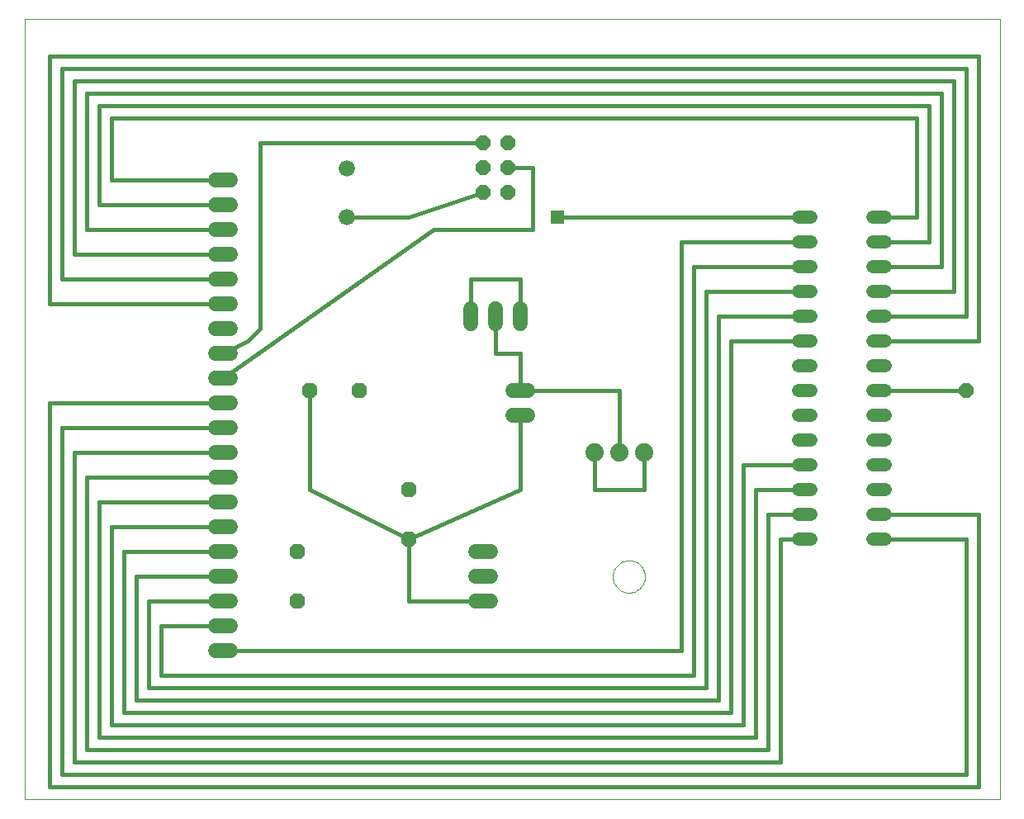
<source format=gtl>
G75*
%MOIN*%
%OFA0B0*%
%FSLAX24Y24*%
%IPPOS*%
%LPD*%
%AMOC8*
5,1,8,0,0,1.08239X$1,22.5*
%
%ADD10C,0.0000*%
%ADD11C,0.0520*%
%ADD12C,0.0600*%
%ADD13OC8,0.0600*%
%ADD14C,0.0740*%
%ADD15C,0.0660*%
%ADD16OC8,0.0630*%
%ADD17C,0.0160*%
%ADD18R,0.0531X0.0531*%
D10*
X000100Y000100D02*
X000100Y031596D01*
X039470Y031596D01*
X039470Y000100D01*
X000100Y000100D01*
X023850Y009100D02*
X023852Y009150D01*
X023858Y009200D01*
X023868Y009250D01*
X023881Y009298D01*
X023898Y009346D01*
X023919Y009392D01*
X023943Y009436D01*
X023971Y009478D01*
X024002Y009518D01*
X024036Y009555D01*
X024073Y009590D01*
X024112Y009621D01*
X024153Y009650D01*
X024197Y009675D01*
X024243Y009697D01*
X024290Y009715D01*
X024338Y009729D01*
X024387Y009740D01*
X024437Y009747D01*
X024487Y009750D01*
X024538Y009749D01*
X024588Y009744D01*
X024638Y009735D01*
X024686Y009723D01*
X024734Y009706D01*
X024780Y009686D01*
X024825Y009663D01*
X024868Y009636D01*
X024908Y009606D01*
X024946Y009573D01*
X024981Y009537D01*
X025014Y009498D01*
X025043Y009457D01*
X025069Y009414D01*
X025092Y009369D01*
X025111Y009322D01*
X025126Y009274D01*
X025138Y009225D01*
X025146Y009175D01*
X025150Y009125D01*
X025150Y009075D01*
X025146Y009025D01*
X025138Y008975D01*
X025126Y008926D01*
X025111Y008878D01*
X025092Y008831D01*
X025069Y008786D01*
X025043Y008743D01*
X025014Y008702D01*
X024981Y008663D01*
X024946Y008627D01*
X024908Y008594D01*
X024868Y008564D01*
X024825Y008537D01*
X024780Y008514D01*
X024734Y008494D01*
X024686Y008477D01*
X024638Y008465D01*
X024588Y008456D01*
X024538Y008451D01*
X024487Y008450D01*
X024437Y008453D01*
X024387Y008460D01*
X024338Y008471D01*
X024290Y008485D01*
X024243Y008503D01*
X024197Y008525D01*
X024153Y008550D01*
X024112Y008579D01*
X024073Y008610D01*
X024036Y008645D01*
X024002Y008682D01*
X023971Y008722D01*
X023943Y008764D01*
X023919Y008808D01*
X023898Y008854D01*
X023881Y008902D01*
X023868Y008950D01*
X023858Y009000D01*
X023852Y009050D01*
X023850Y009100D01*
D11*
X031340Y010600D02*
X031860Y010600D01*
X031860Y011600D02*
X031340Y011600D01*
X031340Y012600D02*
X031860Y012600D01*
X031860Y013600D02*
X031340Y013600D01*
X031340Y014600D02*
X031860Y014600D01*
X031860Y015600D02*
X031340Y015600D01*
X031340Y016600D02*
X031860Y016600D01*
X031860Y017600D02*
X031340Y017600D01*
X031340Y018600D02*
X031860Y018600D01*
X031860Y019600D02*
X031340Y019600D01*
X031340Y020600D02*
X031860Y020600D01*
X031860Y021600D02*
X031340Y021600D01*
X031340Y022600D02*
X031860Y022600D01*
X031860Y023600D02*
X031340Y023600D01*
X034340Y023600D02*
X034860Y023600D01*
X034860Y022600D02*
X034340Y022600D01*
X034340Y021600D02*
X034860Y021600D01*
X034860Y020600D02*
X034340Y020600D01*
X034340Y019600D02*
X034860Y019600D01*
X034860Y018600D02*
X034340Y018600D01*
X034340Y017600D02*
X034860Y017600D01*
X034860Y016600D02*
X034340Y016600D01*
X034340Y015600D02*
X034860Y015600D01*
X034860Y014600D02*
X034340Y014600D01*
X034340Y013600D02*
X034860Y013600D01*
X034860Y012600D02*
X034340Y012600D01*
X034340Y011600D02*
X034860Y011600D01*
X034860Y010600D02*
X034340Y010600D01*
D12*
X020400Y015600D02*
X019800Y015600D01*
X019800Y016600D02*
X020400Y016600D01*
X020100Y019300D02*
X020100Y019900D01*
X019100Y019900D02*
X019100Y019300D01*
X018100Y019300D02*
X018100Y019900D01*
X008400Y020100D02*
X007800Y020100D01*
X007800Y019100D02*
X008400Y019100D01*
X008400Y018100D02*
X007800Y018100D01*
X007800Y017100D02*
X008400Y017100D01*
X008400Y016100D02*
X007800Y016100D01*
X007800Y015100D02*
X008400Y015100D01*
X008400Y014100D02*
X007800Y014100D01*
X007800Y013100D02*
X008400Y013100D01*
X008400Y012100D02*
X007800Y012100D01*
X007800Y011100D02*
X008400Y011100D01*
X008400Y010100D02*
X007800Y010100D01*
X007800Y009100D02*
X008400Y009100D01*
X008400Y008100D02*
X007800Y008100D01*
X007800Y007100D02*
X008400Y007100D01*
X008400Y006100D02*
X007800Y006100D01*
X018300Y008100D02*
X018900Y008100D01*
X018900Y009100D02*
X018300Y009100D01*
X018300Y010100D02*
X018900Y010100D01*
X008400Y021100D02*
X007800Y021100D01*
X007800Y022100D02*
X008400Y022100D01*
X008400Y023100D02*
X007800Y023100D01*
X007800Y024100D02*
X008400Y024100D01*
X008400Y025100D02*
X007800Y025100D01*
D13*
X018600Y024600D03*
X018600Y025600D03*
X018600Y026600D03*
X019600Y026600D03*
X019600Y025600D03*
X019600Y024600D03*
X038100Y016600D03*
D14*
X025100Y014100D03*
X024100Y014100D03*
X023100Y014100D03*
D15*
X013100Y023616D03*
X013100Y025584D03*
D16*
X013600Y016600D03*
X011600Y016600D03*
X015600Y012600D03*
X015600Y010600D03*
X011100Y010100D03*
X011100Y008100D03*
D17*
X008100Y008100D02*
X005100Y008100D01*
X005100Y004600D01*
X027600Y004600D01*
X027600Y020600D01*
X031600Y020600D01*
X031600Y019600D02*
X028100Y019600D01*
X028100Y004100D01*
X004600Y004100D01*
X004600Y009100D01*
X008100Y009100D01*
X008100Y010100D02*
X004100Y010100D01*
X004100Y003600D01*
X028600Y003600D01*
X028600Y018600D01*
X031600Y018600D01*
X034600Y018600D02*
X038600Y018600D01*
X038600Y030100D01*
X001100Y030100D01*
X001100Y020100D01*
X008100Y020100D01*
X008100Y021100D02*
X001600Y021100D01*
X001600Y029600D01*
X038100Y029600D01*
X038100Y019600D01*
X034600Y019600D01*
X034600Y020600D02*
X037600Y020600D01*
X037600Y029100D01*
X002100Y029100D01*
X002100Y022100D01*
X008100Y022100D01*
X008100Y023100D02*
X002600Y023100D01*
X002600Y028600D01*
X037100Y028600D01*
X037100Y021600D01*
X034600Y021600D01*
X034600Y022600D02*
X036600Y022600D01*
X036600Y028100D01*
X003100Y028100D01*
X003100Y024100D01*
X008100Y024100D01*
X008100Y025100D02*
X003600Y025100D01*
X003600Y027600D01*
X036100Y027600D01*
X036100Y023600D01*
X034600Y023600D01*
X031600Y023600D02*
X021600Y023600D01*
X020600Y023100D02*
X016600Y023100D01*
X008100Y017100D01*
X008100Y016100D02*
X001100Y016100D01*
X001100Y000600D01*
X038600Y000600D01*
X038600Y011600D01*
X034600Y011600D01*
X034600Y010600D02*
X038100Y010600D01*
X038100Y001100D01*
X001600Y001100D01*
X001600Y015100D01*
X008100Y015100D01*
X008100Y014100D02*
X002100Y014100D01*
X002100Y001600D01*
X030600Y001600D01*
X030600Y010600D01*
X031600Y010600D01*
X031600Y011600D02*
X030100Y011600D01*
X030100Y002100D01*
X002600Y002100D01*
X002600Y013100D01*
X008100Y013100D01*
X008100Y012100D02*
X003100Y012100D01*
X003100Y002600D01*
X029600Y002600D01*
X029600Y012600D01*
X031600Y012600D01*
X031600Y013600D02*
X029100Y013600D01*
X029100Y003100D01*
X003600Y003100D01*
X003600Y011100D01*
X008100Y011100D01*
X011600Y012600D02*
X015600Y010600D01*
X015600Y008100D01*
X018600Y008100D01*
X015600Y010600D02*
X020100Y012600D01*
X020100Y015600D01*
X020100Y016600D02*
X024100Y016600D01*
X024100Y014100D01*
X023100Y014100D02*
X023100Y012600D01*
X025100Y012600D01*
X025100Y014100D01*
X020100Y016600D02*
X020100Y018100D01*
X019100Y018100D01*
X019100Y019600D01*
X020100Y019600D02*
X020100Y021100D01*
X018100Y021100D01*
X018100Y019600D01*
X020600Y023100D02*
X020600Y025600D01*
X019600Y025600D01*
X018600Y024600D02*
X015600Y023616D01*
X013100Y023616D01*
X009600Y026600D02*
X009600Y019100D01*
X009100Y018600D01*
X008100Y018100D01*
X011600Y016600D02*
X011600Y012600D01*
X008100Y007100D02*
X005600Y007100D01*
X005600Y005100D01*
X027100Y005100D01*
X027100Y021600D01*
X031600Y021600D01*
X031600Y022600D02*
X026600Y022600D01*
X026600Y006100D01*
X008100Y006100D01*
X009600Y026600D02*
X018600Y026600D01*
X034600Y016600D02*
X038100Y016600D01*
D18*
X021600Y023600D03*
M02*

</source>
